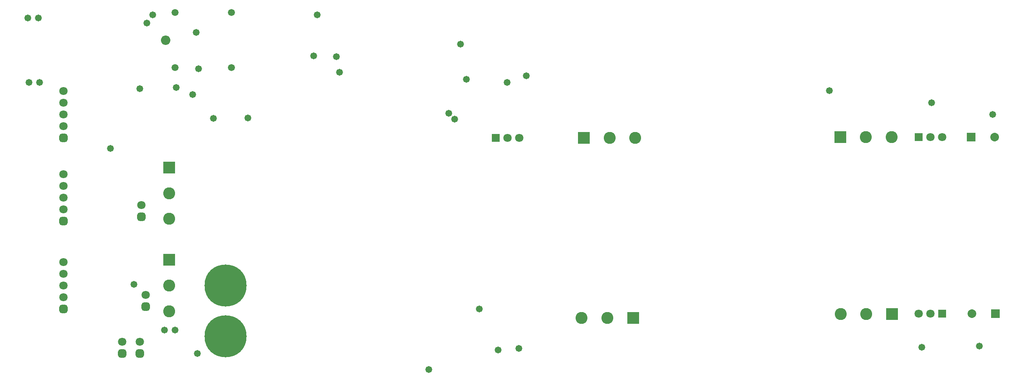
<source format=gbr>
G04*
G04 #@! TF.GenerationSoftware,Altium Limited,Altium Designer,24.1.2 (44)*
G04*
G04 Layer_Color=16711935*
%FSLAX25Y25*%
%MOIN*%
G70*
G04*
G04 #@! TF.SameCoordinates,DAD59E85-0841-476F-99BD-E5F442491B29*
G04*
G04*
G04 #@! TF.FilePolarity,Negative*
G04*
G01*
G75*
%ADD40C,0.10236*%
%ADD41R,0.10236X0.10236*%
%ADD42C,0.35800*%
%ADD43R,0.07099X0.07099*%
%ADD44C,0.07099*%
%ADD45R,0.10236X0.10236*%
%ADD46R,0.07099X0.07099*%
%ADD47C,0.07099*%
%ADD48C,0.07355*%
%ADD49R,0.07355X0.07355*%
G04:AMPARAMS|DCode=50|XSize=70.99mil|YSize=70.99mil|CornerRadius=19.75mil|HoleSize=0mil|Usage=FLASHONLY|Rotation=90.000|XOffset=0mil|YOffset=0mil|HoleType=Round|Shape=RoundedRectangle|*
%AMROUNDEDRECTD50*
21,1,0.07099,0.03150,0,0,90.0*
21,1,0.03150,0.07099,0,0,90.0*
1,1,0.03950,0.01575,0.01575*
1,1,0.03950,0.01575,-0.01575*
1,1,0.03950,-0.01575,-0.01575*
1,1,0.03950,-0.01575,0.01575*
%
%ADD50ROUNDEDRECTD50*%
%ADD51C,0.08044*%
%ADD52C,0.05918*%
%ADD53C,0.05800*%
D40*
X1588780Y525000D02*
D03*
X1566890D02*
D03*
X1763559Y374944D02*
D03*
X1785448D02*
D03*
X1192000Y399110D02*
D03*
Y377221D02*
D03*
X1785181Y525938D02*
D03*
X1807071D02*
D03*
X1565000Y371398D02*
D03*
X1543110D02*
D03*
X1192000Y456000D02*
D03*
Y477890D02*
D03*
D41*
X1545000Y525000D02*
D03*
X1807338Y374944D02*
D03*
X1763291Y525938D02*
D03*
X1586890Y371398D02*
D03*
D42*
X1240000Y355693D02*
D03*
Y399000D02*
D03*
D43*
X1470000Y525000D02*
D03*
D44*
X1480000D02*
D03*
X1490000D02*
D03*
X1167000Y351000D02*
D03*
X1152000D02*
D03*
X1102000Y399000D02*
D03*
Y389000D02*
D03*
Y409000D02*
D03*
Y419000D02*
D03*
Y474000D02*
D03*
Y464000D02*
D03*
Y484000D02*
D03*
Y494000D02*
D03*
Y545000D02*
D03*
Y535000D02*
D03*
Y555000D02*
D03*
Y565000D02*
D03*
X1172000Y391000D02*
D03*
X1168398Y467890D02*
D03*
D45*
X1192000Y421000D02*
D03*
Y499780D02*
D03*
D46*
X1830215Y525898D02*
D03*
X1850000Y375000D02*
D03*
D47*
X1840215Y525898D02*
D03*
X1850215D02*
D03*
X1830000Y375000D02*
D03*
X1840000D02*
D03*
D48*
X1894595Y525767D02*
D03*
X1875451Y375000D02*
D03*
D49*
X1874595Y525767D02*
D03*
X1895451Y375000D02*
D03*
D50*
X1167000Y341000D02*
D03*
X1152000D02*
D03*
X1102000Y379000D02*
D03*
Y454000D02*
D03*
Y525000D02*
D03*
X1172000Y381000D02*
D03*
X1168398Y457890D02*
D03*
D51*
X1189095Y608622D02*
D03*
D52*
X1196968Y632244D02*
D03*
Y585000D02*
D03*
X1245000Y632244D02*
D03*
Y585000D02*
D03*
D53*
X1430000Y546000D02*
D03*
X1435000Y541000D02*
D03*
X1212000Y562000D02*
D03*
X1173000Y623000D02*
D03*
X1178000Y630000D02*
D03*
X1071713Y627338D02*
D03*
X1080713D02*
D03*
X1072713Y572338D02*
D03*
X1081713D02*
D03*
X1197000Y361000D02*
D03*
X1188000D02*
D03*
X1489747Y345486D02*
D03*
X1832747Y346486D02*
D03*
X1881747Y347486D02*
D03*
X1893000Y545000D02*
D03*
X1841000Y555000D02*
D03*
X1479747Y572486D02*
D03*
X1496000Y578000D02*
D03*
X1337000Y581000D02*
D03*
X1216000Y341000D02*
D03*
X1334350Y594558D02*
D03*
X1198000Y568000D02*
D03*
X1167000Y567000D02*
D03*
X1217000Y584000D02*
D03*
X1259000Y542000D02*
D03*
X1229715Y541766D02*
D03*
X1318000Y630000D02*
D03*
X1142000Y516000D02*
D03*
X1413000Y327500D02*
D03*
X1472000Y344000D02*
D03*
X1456000Y379000D02*
D03*
X1162000Y400000D02*
D03*
X1215000Y615000D02*
D03*
X1315000Y595000D02*
D03*
X1440000Y605000D02*
D03*
X1445000Y575000D02*
D03*
X1754097Y565458D02*
D03*
M02*

</source>
